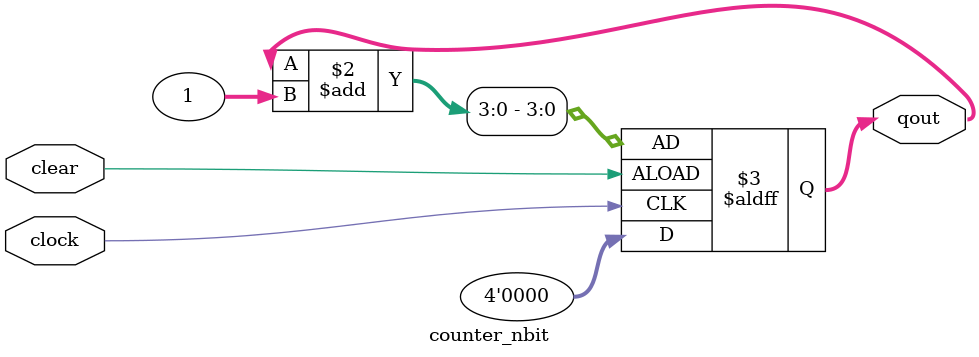
<source format=v>
module counter_nbit #(
    parameter N = 4 // define counter size 
)(
    input wire clock, 
    input wire clear,
    output reg [N-1:0] qout
); 
    
    
always @(posedge clock or negedge clear) begin          // qout <= (qout + 1) % 2^n
    if (clear) begin
        qout <= {N{1'b0}}; 
    end
    else begin
        qout <= (qout + 1); 
    end
end

endmodule

</source>
